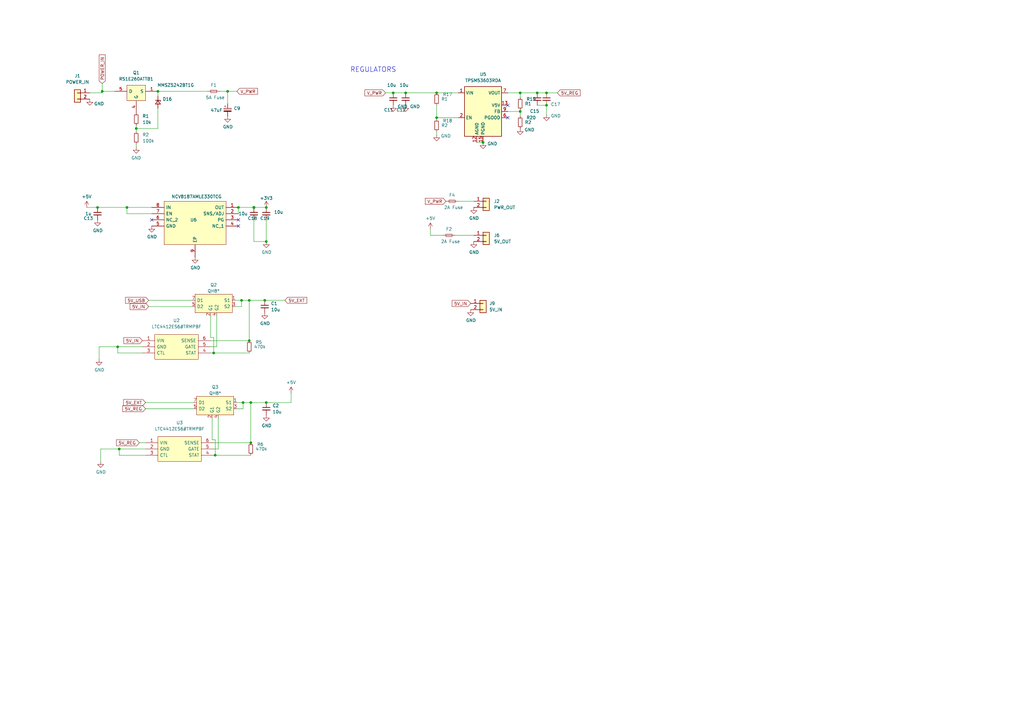
<source format=kicad_sch>
(kicad_sch (version 20231120) (generator "eeschema") (generator_version "8.0")
  (paper "A3")
  (lib_symbols
    (symbol "Connector_Generic:Conn_01x02" (pin_names (offset 1.016) hide)
      (property "Reference" "J" (at 0 2.54 0))
      (property "Value" "Conn_01x02" (at 0 -5.08 0))
      (symbol "Conn_01x02_1_1"
        (rectangle (start -1.27 -2.413) (end 0 -2.667) (stroke (width 0.1524)))
        (rectangle (start -1.27 0.127) (end 0 -0.127) (stroke (width 0.1524)))
        (rectangle (start -1.27 1.27) (end 1.27 -3.81) (stroke (width 0.254)) (fill (type background)))
        (pin passive line (at -5.08 0 0) (length 3.81) (name "Pin_1") (number "1"))
        (pin passive line (at -5.08 -2.54 0) (length 3.81) (name "Pin_2") (number "2"))
      )
    )
    (symbol "Converter_DCDC:TPSM53603RDA"
      (property "Reference" "U" (at 0 15.24 0))
      (property "Value" "TPSM53603RDA" (at 0 12.7 0))
      (symbol "TPSM53603RDA_0_1"
        (rectangle (start 7.62 10.16) (end -7.62 -10.16) (stroke (width 0.254)) (fill (type background)))
      )
      (symbol "TPSM53603RDA_1_1"
        (pin power_in line (at -10.16 7.62 0) (length 2.54) (name "VIN") (number "1"))
        (pin passive line (at 0 -12.7 90) (length 2.54) hide (name "PGND") (number "10"))
        (pin passive line (at 0 -12.7 90) (length 2.54) hide (name "PGND") (number "11"))
        (pin power_in line (at -2.54 -12.7 90) (length 2.54) (name "AGND") (number "12"))
        (pin output line (at 10.16 2.54 180) (length 2.54) (name "V5V") (number "13"))
        (pin passive line (at -10.16 7.62 0) (length 2.54) hide (name "VIN") (number "14"))
        (pin power_in line (at 0 -12.7 90) (length 2.54) (name "PGND") (number "15"))
        (pin input line (at -10.16 -2.54 0) (length 2.54) (name "EN") (number "2"))
        (pin passive line (at 0 -12.7 90) (length 2.54) hide (name "PGND") (number "3"))
        (pin no_connect line (at -7.62 2.54 0) (length 2.54) hide (name "DNC") (number "4"))
        (pin no_connect line (at -7.62 0 0) (length 2.54) hide (name "DNC") (number "5"))
        (pin open_collector line (at 10.16 -2.54 180) (length 2.54) (name "PGOOD") (number "6"))
        (pin power_out line (at 10.16 7.62 180) (length 2.54) (name "VOUT") (number "7"))
        (pin passive line (at 10.16 7.62 180) (length 2.54) hide (name "VOUT") (number "8"))
        (pin input line (at 10.16 0 180) (length 2.54) (name "FB") (number "9"))
      )
    )
    (symbol "Device:CP_Small" (pin_numbers hide) (pin_names (offset 0.254) hide)
      (property "Reference" "C" (at 0.254 1.778 0))
      (property "Value" "CP_Small" (at 0.254 -2.032 0))
      (symbol "CP_Small_0_1"
        (rectangle (start -1.524 -0.3048) (end 1.524 -0.6858) (fill (type outline)))
        (rectangle (start -1.524 0.6858) (end 1.524 0.3048))
        (polyline (pts (xy -1.27 1.524) (xy -0.762 1.524)))
        (polyline (pts (xy -1.016 1.27) (xy -1.016 1.778)))
      )
      (symbol "CP_Small_1_1"
        (pin passive line (at 0 2.54 270) (length 1.8542) (name "~") (number "1"))
        (pin passive line (at 0 -2.54 90) (length 1.8542) (name "~") (number "2"))
      )
    )
    (symbol "Device:C_Small" (pin_numbers hide) (pin_names (offset 0.254) hide)
      (property "Reference" "C" (at 0.254 1.778 0))
      (property "Value" "C_Small" (at 0.254 -2.032 0))
      (symbol "C_Small_0_1"
        (polyline (pts (xy -1.524 -0.508) (xy 1.524 -0.508)) (stroke (width 0.3302)))
        (polyline (pts (xy -1.524 0.508) (xy 1.524 0.508)) (stroke (width 0.3048)))
      )
      (symbol "C_Small_1_1"
        (pin passive line (at 0 2.54 270) (length 2.032) (name "~") (number "1"))
        (pin passive line (at 0 -2.54 90) (length 2.032) (name "~") (number "2"))
      )
    )
    (symbol "Device:D_Zener_Small" (pin_numbers hide) (pin_names (offset 0.254) hide)
      (property "Reference" "D" (at 0 2.286 0))
      (property "Value" "D_Zener_Small" (at 0 -2.286 0))
      (symbol "D_Zener_Small_0_1"
        (polyline (pts (xy 0.762 0) (xy -0.762 0)))
        (polyline (pts (xy -0.254 1.016) (xy -0.762 1.016) (xy -0.762 -1.016)) (stroke (width 0.254)))
        (polyline (pts (xy 0.762 1.016) (xy -0.762 0) (xy 0.762 -1.016) (xy 0.762 1.016)) (stroke (width 0.254)))
      )
      (symbol "D_Zener_Small_1_1"
        (pin passive line (at -2.54 0 0) (length 1.778) (name "K") (number "1"))
        (pin passive line (at 2.54 0 180) (length 1.778) (name "A") (number "2"))
      )
    )
    (symbol "Device:Fuse_Small" (pin_numbers hide) (pin_names (offset 0.254) hide)
      (property "Reference" "F" (at 0 -1.524 0))
      (property "Value" "Fuse_Small" (at 0 1.524 0))
      (symbol "Fuse_Small_0_1"
        (rectangle (start -1.27 0.508) (end 1.27 -0.508))
        (polyline (pts (xy -1.27 0) (xy 1.27 0)))
      )
      (symbol "Fuse_Small_1_1"
        (pin passive line (at -2.54 0 0) (length 1.27) (name "~") (number "1"))
        (pin passive line (at 2.54 0 180) (length 1.27) (name "~") (number "2"))
      )
    )
    (symbol "Device:R_Small" (pin_numbers hide) (pin_names (offset 0.254) hide)
      (property "Reference" "R" (at 0.762 0.508 0))
      (property "Value" "R_Small" (at 0.762 -1.016 0))
      (symbol "R_Small_0_1"
        (rectangle (start -0.762 1.778) (end 0.762 -1.778) (stroke (width 0.2032)))
      )
      (symbol "R_Small_1_1"
        (pin passive line (at 0 2.54 270) (length 0.762) (name "~") (number "1"))
        (pin passive line (at 0 -2.54 90) (length 0.762) (name "~") (number "2"))
      )
    )
    (symbol "QS8J13TR_1" (pin_names (offset 0.762))
      (property "Reference" "Q2" (at 12.7 -8.89 0))
      (property "Value" "QH8*" (at 12.7 -11.43 0))
      (symbol "QS8J13TR_1_0_0"
        (pin passive line (at 21.59 -15.24 180) (length 1.27) (name "S1") (number "1"))
        (pin passive line (at 11.43 -21.59 90) (length 1.27) (name "G1") (number "2"))
        (pin passive line (at 21.59 -17.78 180) (length 1.27) (name "S2") (number "3"))
        (pin passive line (at 13.97 -21.59 90) (length 1.27) (name "G2") (number "4"))
        (pin passive line (at 3.81 -17.78 0) (length 1.27) (name "D2") (number "5"))
        (pin passive line (at 3.81 -17.78 0) (length 1.27) hide (name "D2") (number "6"))
        (pin passive line (at 3.81 -15.24 0) (length 1.27) (name "D1") (number "7"))
        (pin passive line (at 3.81 -15.24 0) (length 1.27) hide (name "D1") (number "8"))
      )
      (symbol "QS8J13TR_1_0_1"
        (rectangle (start 5.08 -12.7) (end 20.32 -20.32) (stroke (width 0.1524)) (fill (type background)))
      )
    )
    (symbol "downloaded_parts:LTC4412ES6#TRMPBF" (pin_names (offset 0.762))
      (property "Reference" "U3" (at 13.97 8.255 0))
      (property "Value" "LTC4412ES6#TRMPBF" (at 13.97 5.715 0))
      (symbol "LTC4412ES6#TRMPBF_0_0"
        (pin passive line (at 0 0 0) (length 5.08) (name "VIN") (number "1"))
        (pin passive line (at 0 -2.54 0) (length 5.08) (name "GND") (number "2"))
        (pin passive line (at 0 -5.08 0) (length 5.08) (name "CTL") (number "3"))
        (pin passive line (at 27.94 -5.08 180) (length 5.08) (name "STAT") (number "4"))
        (pin passive line (at 27.94 -2.54 180) (length 5.08) (name "GATE") (number "5"))
        (pin passive line (at 27.94 0 180) (length 5.08) (name "SENSE") (number "6"))
      )
      (symbol "LTC4412ES6#TRMPBF_0_1"
        (polyline (pts (xy 5.08 2.54) (xy 22.86 2.54) (xy 22.86 -7.62) (xy 5.08 -7.62) (xy 5.08 2.54)) (stroke (width 0.1524)) (fill (type background)))
      )
    )
    (symbol "downloaded_parts:NCV8187AMLE330TCG" (pin_names (offset 0.762))
      (property "Reference" "U11" (at -17.78 8.255 0))
      (property "Value" "NCV8187AMLE330TCG" (at -17.78 5.715 0))
      (symbol "NCV8187AMLE330TCG_0_0"
        (pin passive line (at 0 0 0) (length 5.08) (name "OUT") (number "1"))
        (pin passive line (at 0 -2.54 0) (length 5.08) (name "SNS/ADJ") (number "2"))
        (pin passive line (at 0 -5.08 0) (length 5.08) (name "PG") (number "3"))
        (pin passive line (at 0 -7.62 0) (length 5.08) (name "NC_1") (number "4"))
        (pin passive line (at 35.56 -7.62 180) (length 5.08) (name "GND") (number "5"))
        (pin passive line (at 35.56 -5.08 180) (length 5.08) (name "NC_2") (number "6"))
        (pin passive line (at 35.56 -2.54 180) (length 5.08) (name "EN") (number "7"))
        (pin passive line (at 35.56 0 180) (length 5.08) (name "IN") (number "8"))
        (pin passive line (at 17.78 -20.32 90) (length 5.08) (name "EP") (number "9"))
      )
      (symbol "NCV8187AMLE330TCG_0_1"
        (polyline (pts (xy 5.08 2.54) (xy 30.48 2.54) (xy 30.48 -15.24) (xy 5.08 -15.24) (xy 5.08 2.54)) (stroke (width 0.1524)) (fill (type background)))
      )
    )
    (symbol "downloaded_parts:RS1E260ATTB1" (pin_names (offset 0.762))
      (property "Reference" "Q?" (at 12.7 7.62 0))
      (property "Value" "RS1E260ATTB1" (at 12.7 5.08 0))
      (symbol "RS1E260ATTB1_0_0"
        (pin passive line (at 0 0 0) (length 5.08) (name "S") (number "1"))
        (pin passive line (at 0 0 0) (length 5.08) hide (name "S") (number "2"))
        (pin passive line (at 0 0 0) (length 5.08) hide (name "S") (number "3"))
        (pin passive line (at 8.89 -8.89 90) (length 5.08) (name "G") (number "4"))
        (pin passive line (at 17.78 0 180) (length 5.08) (name "D") (number "5"))
        (pin passive line (at 17.78 0 180) (length 5.08) hide (name "D") (number "6"))
        (pin passive line (at 17.78 0 180) (length 5.08) hide (name "D") (number "7"))
        (pin passive line (at 17.78 0 180) (length 5.08) hide (name "D") (number "8"))
        (pin passive line (at 17.78 0 180) (length 5.08) hide (name "D") (number "9"))
      )
      (symbol "RS1E260ATTB1_0_1"
        (rectangle (start 5.08 2.54) (end 12.7 -3.81) (stroke (width 0.1524)) (fill (type background)))
      )
    )
    (symbol "power:+3.3V" (power) (pin_names (offset 0))
      (property "Value" "+3.3V" (at 0 3.556 0))
      (symbol "+3.3V_0_1"
        (polyline (pts (xy -0.762 1.27) (xy 0 2.54)))
        (polyline (pts (xy 0 0) (xy 0 2.54)))
        (polyline (pts (xy 0 2.54) (xy 0.762 1.27)))
      )
      (symbol "+3.3V_1_1"
        (pin power_in line (at 0 0 90) (length 0) hide (name "+3V3") (number "1"))
      )
    )
    (symbol "power:+5V" (power) (pin_names (offset 0))
      (property "Value" "+5V" (at 0 3.556 0))
      (symbol "+5V_0_1"
        (polyline (pts (xy -0.762 1.27) (xy 0 2.54)))
        (polyline (pts (xy 0 0) (xy 0 2.54)))
        (polyline (pts (xy 0 2.54) (xy 0.762 1.27)))
      )
      (symbol "+5V_1_1"
        (pin power_in line (at 0 0 90) (length 0) hide (name "+5V") (number "1"))
      )
    )
    (symbol "power:GND" (power) (pin_names (offset 0))
      (property "Value" "GND" (at 0 -3.81 0))
      (symbol "GND_0_1"
        (polyline (pts (xy 0 0) (xy 0 -1.27) (xy 1.27 -1.27) (xy 0 -2.54) (xy -1.27 -1.27) (xy 0 -1.27)))
      )
      (symbol "GND_1_1"
        (pin power_in line (at 0 0 270) (length 0) hide (name "GND") (number "1"))
      )
    )
  )
  (junction (at 109.22 165.1))
  (junction (at 55.88 52.705))
  (junction (at 41.91 37.465))
  (junction (at 102.87 181.61))
  (junction (at 48.895 184.15))
  (junction (at 93.345 37.465))
  (junction (at 102.235 139.7))
  (junction (at 52.07 85.09))
  (junction (at 224.155 43.18))
  (junction (at 179.07 38.1))
  (junction (at 88.265 186.69))
  (junction (at 64.77 37.465))
  (junction (at 179.07 48.26))
  (junction (at 102.235 123.19))
  (junction (at 224.155 38.1))
  (junction (at 213.36 45.72))
  (junction (at 102.87 165.1))
  (junction (at 99.06 123.19))
  (junction (at 48.26 142.24))
  (junction (at 109.22 99.06))
  (junction (at 109.22 85.09))
  (junction (at 198.12 58.42))
  (junction (at 108.585 123.19))
  (junction (at 40.005 85.09))
  (junction (at 220.345 38.1))
  (junction (at 161.29 38.1))
  (junction (at 99.695 165.1))
  (junction (at 104.14 85.09) (diameter 1.016))
  (junction (at 97.79 85.09))
  (junction (at 213.36 38.1))
  (junction (at 87.63 144.78))
  (junction (at 166.37 38.1))
  (no_connect (at 97.79 90.17))
  (no_connect (at 208.28 43.18))
  (no_connect (at 208.28 48.26))
  (no_connect (at 97.79 92.71))
  (no_connect (at 62.23 90.17))
  (wire (pts (xy 186.69 96.52) (xy 194.31 96.52)))
  (wire (pts (xy 87.63 186.69) (xy 88.265 186.69)))
  (wire (pts (xy 41.91 34.29) (xy 41.91 37.465)))
  (wire (pts (xy 213.36 45.72) (xy 213.36 47.625)))
  (wire (pts (xy 99.695 165.1) (xy 102.87 165.1)))
  (wire (pts (xy 87.63 184.15) (xy 89.535 184.15)))
  (wire (pts (xy 59.69 165.1) (xy 79.375 165.1)))
  (wire (pts (xy 97.79 85.09) (xy 97.79 87.63)))
  (wire (pts (xy 99.06 123.19) (xy 102.235 123.19)))
  (wire (pts (xy 41.91 37.465) (xy 46.99 37.465)))
  (wire (pts (xy 187.96 82.55) (xy 194.31 82.55)))
  (wire (pts (xy 64.77 37.465) (xy 64.77 39.37)))
  (wire (pts (xy 176.53 96.52) (xy 181.61 96.52)))
  (wire (pts (xy 166.37 38.1) (xy 179.07 38.1)))
  (wire (pts (xy 40.005 85.09) (xy 52.07 85.09)))
  (wire (pts (xy 96.52 125.73) (xy 99.06 125.73)))
  (wire (pts (xy 89.535 184.15) (xy 89.535 171.45)))
  (wire (pts (xy 179.07 53.975) (xy 179.07 55.245)))
  (wire (pts (xy 213.36 45.72) (xy 208.28 45.72)))
  (wire (pts (xy 97.79 85.09) (xy 104.14 85.09)))
  (wire (pts (xy 195.58 58.42) (xy 198.12 58.42)))
  (wire (pts (xy 86.36 142.24) (xy 88.9 142.24)))
  (wire (pts (xy 99.695 167.64) (xy 99.695 165.1)))
  (wire (pts (xy 88.265 186.69) (xy 102.87 186.69)))
  (wire (pts (xy 52.07 87.63) (xy 62.23 87.63)))
  (wire (pts (xy 41.91 37.465) (xy 41.91 38.1)))
  (wire (pts (xy 220.345 38.1) (xy 224.155 38.1)))
  (wire (pts (xy 102.235 123.19) (xy 108.585 123.19)))
  (wire (pts (xy 220.345 43.18) (xy 224.155 43.18)))
  (wire (pts (xy 104.14 90.17) (xy 104.14 99.06)))
  (wire (pts (xy 224.155 38.1) (xy 228.6 38.1)))
  (wire (pts (xy 213.36 38.1) (xy 220.345 38.1)))
  (wire (pts (xy 40.64 142.24) (xy 40.64 147.32)))
  (wire (pts (xy 109.22 165.1) (xy 119.38 165.1)))
  (wire (pts (xy 213.36 45.085) (xy 213.36 45.72)))
  (wire (pts (xy 213.36 38.1) (xy 213.36 40.005)))
  (wire (pts (xy 58.42 144.78) (xy 48.26 144.78)))
  (wire (pts (xy 88.265 180.34) (xy 88.265 186.69)))
  (wire (pts (xy 64.77 44.45) (xy 64.77 52.705)))
  (wire (pts (xy 36.83 38.1) (xy 41.91 38.1)))
  (wire (pts (xy 102.87 165.1) (xy 102.87 181.61)))
  (wire (pts (xy 93.345 37.465) (xy 93.345 42.545)))
  (wire (pts (xy 55.88 51.435) (xy 55.88 52.705)))
  (wire (pts (xy 161.29 38.1) (xy 166.37 38.1)))
  (wire (pts (xy 59.69 186.69) (xy 48.895 186.69)))
  (wire (pts (xy 102.235 123.19) (xy 102.235 139.7)))
  (wire (pts (xy 119.38 161.29) (xy 119.38 165.1)))
  (wire (pts (xy 158.115 38.1) (xy 161.29 38.1)))
  (wire (pts (xy 60.96 125.73) (xy 78.74 125.73)))
  (wire (pts (xy 86.995 171.45) (xy 86.995 180.34)))
  (wire (pts (xy 59.69 167.64) (xy 79.375 167.64)))
  (wire (pts (xy 48.26 142.24) (xy 58.42 142.24)))
  (wire (pts (xy 88.9 142.24) (xy 88.9 129.54)))
  (wire (pts (xy 55.88 60.325) (xy 55.88 59.055)))
  (wire (pts (xy 86.36 129.54) (xy 86.36 138.43)))
  (wire (pts (xy 41.275 184.15) (xy 41.275 189.23)))
  (wire (pts (xy 90.17 37.465) (xy 93.345 37.465)))
  (wire (pts (xy 60.96 123.19) (xy 78.74 123.19)))
  (wire (pts (xy 52.07 85.09) (xy 62.23 85.09)))
  (wire (pts (xy 109.22 90.17) (xy 109.22 99.06)))
  (wire (pts (xy 40.64 142.24) (xy 48.26 142.24)))
  (wire (pts (xy 48.26 144.78) (xy 48.26 142.24)))
  (wire (pts (xy 97.155 167.64) (xy 99.695 167.64)))
  (wire (pts (xy 93.345 37.465) (xy 97.155 37.465)))
  (wire (pts (xy 179.07 38.1) (xy 187.96 38.1)))
  (wire (pts (xy 208.28 38.1) (xy 213.36 38.1)))
  (wire (pts (xy 97.155 165.1) (xy 99.695 165.1)))
  (wire (pts (xy 48.895 186.69) (xy 48.895 184.15)))
  (wire (pts (xy 41.275 184.15) (xy 48.895 184.15)))
  (wire (pts (xy 64.77 37.465) (xy 85.09 37.465)))
  (wire (pts (xy 48.895 184.15) (xy 59.69 184.15)))
  (wire (pts (xy 104.14 85.09) (xy 109.22 85.09)))
  (wire (pts (xy 52.07 87.63) (xy 52.07 85.09)))
  (wire (pts (xy 57.15 181.61) (xy 59.69 181.61)))
  (wire (pts (xy 35.56 85.09) (xy 40.005 85.09)))
  (wire (pts (xy 87.63 138.43) (xy 87.63 144.78)))
  (wire (pts (xy 55.88 52.705) (xy 64.77 52.705)))
  (wire (pts (xy 108.585 123.19) (xy 116.84 123.19)))
  (wire (pts (xy 86.36 139.7) (xy 102.235 139.7)))
  (wire (pts (xy 176.53 93.98) (xy 176.53 96.52)))
  (wire (pts (xy 102.87 165.1) (xy 109.22 165.1)))
  (wire (pts (xy 224.155 43.18) (xy 224.155 46.99)))
  (wire (pts (xy 86.995 180.34) (xy 88.265 180.34)))
  (wire (pts (xy 86.36 138.43) (xy 87.63 138.43)))
  (wire (pts (xy 179.07 48.895) (xy 179.07 48.26)))
  (wire (pts (xy 86.36 144.78) (xy 87.63 144.78)))
  (wire (pts (xy 179.07 43.18) (xy 179.07 48.26)))
  (wire (pts (xy 96.52 123.19) (xy 99.06 123.19)))
  (wire (pts (xy 87.63 144.78) (xy 102.235 144.78)))
  (wire (pts (xy 179.07 48.26) (xy 187.96 48.26)))
  (wire (pts (xy 99.06 125.73) (xy 99.06 123.19)))
  (wire (pts (xy 87.63 181.61) (xy 102.87 181.61)))
  (wire (pts (xy 104.14 99.06) (xy 109.22 99.06)))
  (wire (pts (xy 55.88 52.705) (xy 55.88 53.975)))
  (text "REGULATORS" (at 162.56 29.845 0) (effects (font (size 2 2)) (justify right bottom)))
  (global_label "5V_REG" (shape input) (at 228.6 38.1 0) (property "Intersheetrefs" "${INTERSHEET_REFS}" (effects (hide yes))))
  (global_label "5V_USB" (shape input) (at 60.96 123.19 180) (property "Intersheetrefs" "${INTERSHEET_REFS}" (effects (hide yes))))
  (global_label "V_PWR" (shape input) (at 158.115 38.1 180) (property "Intersheetrefs" "${INTERSHEET_REFS}" (effects (hide yes))))
  (global_label "5V_REG" (shape input) (at 57.15 181.61 180) (property "Intersheetrefs" "${INTERSHEET_REFS}" (effects (hide yes))))
  (global_label "5V_IN" (shape input) (at 193.04 124.46 180) (property "Intersheetrefs" "${INTERSHEET_REFS}" (effects (hide yes))))
  (global_label "V_PWR" (shape input) (at 97.155 37.465 0) (property "Intersheetrefs" "${INTERSHEET_REFS}" (effects (hide yes))))
  (global_label "POWER_IN" (shape input) (at 41.91 34.29 90) (property "Intersheetrefs" "${INTERSHEET_REFS}" (effects (hide yes))))
  (global_label "5V_IN" (shape input) (at 60.96 125.73 180) (property "Intersheetrefs" "${INTERSHEET_REFS}" (effects (hide yes))))
  (global_label "5V_EXT" (shape input) (at 59.69 165.1 180) (property "Intersheetrefs" "${INTERSHEET_REFS}" (effects (hide yes))))
  (global_label "5V_EXT" (shape input) (at 116.84 123.19 0) (property "Intersheetrefs" "${INTERSHEET_REFS}" (effects (hide yes))))
  (global_label "5V_REG" (shape input) (at 59.69 167.64 180) (property "Intersheetrefs" "${INTERSHEET_REFS}" (effects (hide yes))))
  (global_label "V_PWR" (shape input) (at 182.88 82.55 180) (property "Intersheetrefs" "${INTERSHEET_REFS}" (effects (hide yes))))
  (global_label "5V_IN" (shape input) (at 58.42 139.7 180) (property "Intersheetrefs" "${INTERSHEET_REFS}" (effects (hide yes))))
  (symbol (lib_id "Device:R_Small") (at 102.235 142.24 0) (unit 1)
    (property "Reference" "R5" (at 104.775 140.335 0) (effects (justify left)))
    (property "Value" "470k" (at 104.14 142.24 0) (effects (justify left)))
    (property "Footprint" "Resistor_SMD:R_0603_1608Metric" (effects (hide yes)))
  )
  (symbol (lib_id "power:+5V") (at 176.53 93.98 0) (unit 1)
    (property "Reference" "#PWR0139" (effects (hide yes)))
    (property "Value" "+5V" (at 176.53 89.535 0))
  )
  (symbol (lib_id "power:GND") (at 108.585 128.27 0) (unit 1)
    (property "Reference" "#PWR09" (effects (hide yes)))
    (property "Value" "GND" (at 108.712 132.6642 0))
  )
  (symbol (lib_id "power:GND") (at 109.22 99.06 0) (unit 1)
    (property "Reference" "#PWR038" (effects (hide yes)))
    (property "Value" "GND" (at 109.347 103.4542 0))
  )
  (symbol (lib_id "Connector_Generic:Conn_01x02") (at 199.39 96.52 0) (unit 1)
    (property "Reference" "J6" (at 202.565 96.5199 0) (effects (justify left)))
    (property "Value" "5V_OUT" (at 202.565 99.0599 0) (effects (justify left)))
    (property "Footprint" "Connector_JST:JST_PH_B2B-PH-K_1x02_P2.00mm_Vertical" (effects (hide yes)))
  )
  (symbol (lib_name "QS8J13TR_1") (lib_id "downloaded_parts:QS8J13TR") (at 74.93 107.95 0) (unit 1)
    (property "Reference" "Q2" (at 87.63 116.84 0))
    (property "Value" "QH8*" (at 87.63 119.38 0))
    (property "Footprint" "downloaded_parts:SOTFL65P280X85-8N" (effects (hide yes)))
    (property "Datasheet" "https://componentsearchengine.com/Datasheets/2/QS8J13TR.pdf" (effects (hide yes)))
    (property "Description" "ROHM QS8J13TR Dual P-channel MOSFET, 5.5 A, 12 V QS8J13, 8-Pin TSMT" (effects (hide yes)))
    (property "Height" "0.85" (effects (hide yes)))
    (property "Mouser Part Number" "755-QS8J13TR" (effects (hide yes)))
    (property "Mouser Price/Stock" "https://www.mouser.co.uk/ProductDetail/ROHM-Semiconductor/QS8J13TR?qs=npTsUczJOtP3sGUrpa9HZA%3D%3D" (effects (hide yes)))
    (property "Manufacturer_Name" "ROHM Semiconductor" (effects (hide yes)))
    (property "Manufacturer_Part_Number" "QS8J13TR" (effects (hide yes)))
  )
  (symbol (lib_id "downloaded_parts:LTC4412ES6#TRMPBF") (at 59.69 181.61 0) (unit 1)
    (property "Reference" "U3" (at 73.66 173.355 0))
    (property "Value" "LTC4412ES6#TRMPBF" (at 73.66 175.895 0))
    (property "Footprint" "downloaded_parts:SOT95P280X100-6N" (effects (hide yes)))
    (property "Datasheet" "http://cds.linear.com/docs/en/datasheet/4412fb.pdf" (effects (hide yes)))
    (property "Description" "Hot Swap Controller LTC4412ES6#TRMPBF, Positive Voltage, 2.5  28 V, TSOT-23, 6-Pin" (effects (hide yes)))
    (property "Height" "1" (effects (hide yes)))
    (property "Mouser Part Number" "584-LTC4412ES6TRMPBF" (effects (hide yes)))
    (property "Mouser Price/Stock" "https://www.mouser.co.uk/ProductDetail/Analog-Devices-Linear-Technology/LTC4412ES6TRMPBF?qs=hVkxg5c3xu8vBeVp9%252BXk%252Bg%3D%3D" (effects (hide yes)))
    (property "Manufacturer_Name" "Linear Technology" (effects (hide yes)))
    (property "Manufacturer_Part_Number" "LTC4412ES6#TRMPBF" (effects (hide yes)))
  )
  (symbol (lib_id "downloaded_parts:RS1E260ATTB1") (at 64.77 37.465 0) (mirror y) (unit 1)
    (property "Reference" "Q1" (at 55.88 29.845 0))
    (property "Value" "RS1E260ATTB1" (at 55.88 32.385 0))
    (property "Footprint" "downloaded_parts:RS1E260ATTB1" (effects (hide yes)))
    (property "Datasheet" "https://www.rohm.com/datasheet/RS1E260AT/rs1e260attb1-e" (effects (hide yes)))
    (property "Description" "RS1E260ATTB1 P-Channel MOSFET, 80 A, 30 V RS1E260AT, 8-Pin HSOP ROHM" (effects (hide yes)))
    (property "Height" "1.1" (effects (hide yes)))
    (property "Mouser Part Number" "755-RS1E260ATTB1" (effects (hide yes)))
    (property "Mouser Price/Stock" "https://www.mouser.co.uk/ProductDetail/ROHM-Semiconductor/RS1E260ATTB1/?qs=F5EMLAvA7IDyVBE6NobVaw%3D%3D" (effects (hide yes)))
    (property "Manufacturer_Name" "ROHM Semiconductor" (effects (hide yes)))
    (property "Manufacturer_Part_Number" "RS1E260ATTB1" (effects (hide yes)))
  )
  (symbol (lib_id "power:GND") (at 36.83 40.64 0) (unit 1)
    (property "Reference" "#PWR03" (effects (hide yes)))
    (property "Value" "GND" (at 40.64 42.545 0))
  )
  (symbol (lib_id "power:GND") (at 40.64 147.32 0) (unit 1)
    (property "Reference" "#PWR08" (effects (hide yes)))
    (property "Value" "GND" (at 40.767 151.7142 0))
  )
  (symbol (lib_id "Device:R_Small") (at 55.88 48.895 0) (unit 1)
    (property "Reference" "R1" (at 58.42 47.6249 0) (effects (justify left)))
    (property "Value" "10k" (at 58.42 50.1649 0) (effects (justify left)))
    (property "Footprint" "Resistor_SMD:R_0603_1608Metric" (effects (hide yes)))
  )
  (symbol (lib_id "Device:R_Small") (at 213.36 50.165 0) (unit 1)
    (property "Reference" "R20" (at 215.9 48.26 0) (effects (justify left)))
    (property "Value" "R2" (at 215.265 50.165 0) (effects (justify left)))
    (property "Footprint" "Resistor_SMD:R_0603_1608Metric" (effects (hide yes)))
  )
  (symbol (lib_id "power:GND") (at 179.07 55.245 0) (unit 1)
    (property "Reference" "#PWR029" (effects (hide yes)))
    (property "Value" "GND" (at 182.88 55.7594 0))
  )
  (symbol (lib_id "downloaded_parts:LTC4412ES6#TRMPBF") (at 58.42 139.7 0) (unit 1)
    (property "Reference" "U2" (at 72.39 131.445 0))
    (property "Value" "LTC4412ES6#TRMPBF" (at 72.39 133.985 0))
    (property "Footprint" "downloaded_parts:SOT95P280X100-6N" (effects (hide yes)))
    (property "Datasheet" "http://cds.linear.com/docs/en/datasheet/4412fb.pdf" (effects (hide yes)))
    (property "Description" "Hot Swap Controller LTC4412ES6#TRMPBF, Positive Voltage, 2.5  28 V, TSOT-23, 6-Pin" (effects (hide yes)))
    (property "Height" "1" (effects (hide yes)))
    (property "Mouser Part Number" "584-LTC4412ES6TRMPBF" (effects (hide yes)))
    (property "Mouser Price/Stock" "https://www.mouser.co.uk/ProductDetail/Analog-Devices-Linear-Technology/LTC4412ES6TRMPBF?qs=hVkxg5c3xu8vBeVp9%252BXk%252Bg%3D%3D" (effects (hide yes)))
    (property "Manufacturer_Name" "Linear Technology" (effects (hide yes)))
    (property "Manufacturer_Part_Number" "LTC4412ES6#TRMPBF" (effects (hide yes)))
  )
  (symbol (lib_id "power:GND") (at 224.155 46.99 0) (unit 1)
    (property "Reference" "#PWR035" (effects (hide yes)))
    (property "Value" "GND" (at 227.965 47.5044 0))
  )
  (symbol (lib_id "Connector_Generic:Conn_01x02") (at 198.12 124.46 0) (unit 1)
    (property "Reference" "J9" (at 200.66 124.4599 0) (effects (justify left)))
    (property "Value" "5V_IN" (at 200.66 126.9999 0) (effects (justify left)))
    (property "Footprint" "Connector_JST:JST_PH_B2B-PH-K_1x02_P2.00mm_Vertical" (effects (hide yes)))
  )
  (symbol (lib_id "power:GND") (at 198.12 58.42 0) (unit 1)
    (property "Reference" "#PWR031" (effects (hide yes)))
    (property "Value" "GND" (at 201.93 58.9344 0))
  )
  (symbol (lib_id "power:GND") (at 161.29 43.18 0) (unit 1)
    (property "Reference" "#PWR022" (effects (hide yes)))
    (property "Value" "GND" (at 165.1 43.6944 0))
  )
  (symbol (lib_id "power:GND") (at 80.01 105.41 0) (unit 1)
    (property "Reference" "#PWR033" (effects (hide yes)))
    (property "Value" "GND" (at 80.137 109.8042 0))
  )
  (symbol (lib_id "Device:C_Small") (at 108.585 125.73 0) (unit 1)
    (property "Reference" "C1" (at 111.125 124.4662 0) (effects (justify left)))
    (property "Value" "10u" (at 111.125 127.0062 0) (effects (justify left)))
    (property "Footprint" "Capacitor_SMD:C_0805_2012Metric" (effects (hide yes)))
  )
  (symbol (lib_id "power:GND") (at 93.345 47.625 0) (unit 1)
    (property "Reference" "#PWR020" (effects (hide yes)))
    (property "Value" "GND" (at 93.472 52.0192 0))
  )
  (symbol (lib_id "Device:R_Small") (at 179.07 51.435 0) (unit 1)
    (property "Reference" "R18" (at 181.61 49.53 0) (effects (justify left)))
    (property "Value" "R2" (at 180.975 51.435 0) (effects (justify left)))
    (property "Footprint" "Resistor_SMD:R_0603_1608Metric" (effects (hide yes)))
  )
  (symbol (lib_id "power:GND") (at 213.36 52.705 0) (unit 1)
    (property "Reference" "#PWR034" (effects (hide yes)))
    (property "Value" "GND" (at 217.17 53.2194 0))
  )
  (symbol (lib_name "QS8J13TR_1") (lib_id "downloaded_parts:QS8J13TR") (at 75.565 149.86 0) (unit 1)
    (property "Reference" "Q3" (at 88.265 158.75 0))
    (property "Value" "QH8*" (at 88.265 161.29 0))
    (property "Footprint" "downloaded_parts:SOTFL65P280X85-8N" (effects (hide yes)))
    (property "Datasheet" "https://componentsearchengine.com/Datasheets/2/QS8J13TR.pdf" (effects (hide yes)))
    (property "Description" "ROHM QS8J13TR Dual P-channel MOSFET, 5.5 A, 12 V QS8J13, 8-Pin TSMT" (effects (hide yes)))
    (property "Height" "0.85" (effects (hide yes)))
    (property "Mouser Part Number" "755-QS8J13TR" (effects (hide yes)))
    (property "Mouser Price/Stock" "https://www.mouser.co.uk/ProductDetail/ROHM-Semiconductor/QS8J13TR?qs=npTsUczJOtP3sGUrpa9HZA%3D%3D" (effects (hide yes)))
    (property "Manufacturer_Name" "ROHM Semiconductor" (effects (hide yes)))
    (property "Manufacturer_Part_Number" "QS8J13TR" (effects (hide yes)))
  )
  (symbol (lib_id "Device:C_Small") (at 109.22 167.64 0) (unit 1)
    (property "Reference" "C2" (at 111.76 166.3762 0) (effects (justify left)))
    (property "Value" "10u" (at 111.76 168.9162 0) (effects (justify left)))
    (property "Footprint" "Capacitor_SMD:C_0805_2012Metric" (effects (hide yes)))
  )
  (symbol (lib_id "Device:R_Small") (at 102.87 184.15 0) (unit 1)
    (property "Reference" "R6" (at 105.41 182.245 0) (effects (justify left)))
    (property "Value" "470k" (at 104.775 184.15 0) (effects (justify left)))
    (property "Footprint" "Resistor_SMD:R_0603_1608Metric" (effects (hide yes)))
  )
  (symbol (lib_id "power:+5V") (at 119.38 161.29 0) (unit 1)
    (property "Reference" "#PWR07" (effects (hide yes)))
    (property "Value" "+5V" (at 119.38 156.845 0))
  )
  (symbol (lib_id "power:GND") (at 55.88 60.325 0) (unit 1)
    (property "Reference" "#PWR05" (effects (hide yes)))
    (property "Value" "GND" (at 55.88 64.77 0))
  )
  (symbol (lib_id "Device:R_Small") (at 213.36 42.545 0) (unit 1)
    (property "Reference" "R19" (at 215.9 40.64 0) (effects (justify left)))
    (property "Value" "R1" (at 215.265 42.545 0) (effects (justify left)))
    (property "Footprint" "Resistor_SMD:R_0603_1608Metric" (effects (hide yes)))
  )
  (symbol (lib_id "power:GND") (at 41.275 189.23 0) (unit 1)
    (property "Reference" "#PWR010" (effects (hide yes)))
    (property "Value" "GND" (at 41.402 193.6242 0))
  )
  (symbol (lib_id "Device:Fuse_Small") (at 185.42 82.55 0) (unit 1)
    (property "Reference" "F4" (at 185.42 80.01 0))
    (property "Value" "2A Fuse" (at 186.055 85.09 0))
    (property "Footprint" "Fuse:Fuse_1206_3216Metric" (effects (hide yes)))
  )
  (symbol (lib_id "downloaded_parts:NCV8187AMLE330TCG") (at 97.79 85.09 0) (mirror y) (unit 1)
    (property "Reference" "U6" (at 79.375 90.17 0))
    (property "Value" "NCV8187AMLE330TCG" (at 80.645 80.645 0))
    (property "Footprint" "downloaded_parts:SON65P300X300X100-9N-D" (effects (hide yes)))
    (property "Datasheet" "https://www.onsemi.com/pdf/datasheet/ncv8187-d.pdf" (effects (hide yes)))
    (property "Description" "LDO Voltage Regulators 1.2 A LOW IQ LOW DROPOUT VOLTAGE REGULATOR WITH POWER GOOD OUTPUT" (effects (hide yes)))
    (property "Height" "1" (effects (hide yes)))
    (property "Mouser Part Number" "863-CV8187AMLE330TCG" (effects (hide yes)))
    (property "Mouser Price/Stock" "https://www.mouser.co.uk/ProductDetail/onsemi/NCV8187AMLE330TCG?qs=HBWAp0VN4RhK8HbhfCLXcQ%3D%3D" (effects (hide yes)))
    (property "Manufacturer_Name" "ON Semiconductor" (effects (hide yes)))
    (property "Manufacturer_Part_Number" "NCV8187AMLE330TCG" (effects (hide yes)))
  )
  (symbol (lib_id "Device:C_Small") (at 220.345 40.64 0) (unit 1)
    (property "Reference" "C15" (at 217.297 45.5929 0) (effects (justify left)))
    (property "Value" "C_Small" (effects (hide yes)))
    (property "Footprint" "Capacitor_SMD:C_1210_3225Metric" (effects (hide yes)))
  )
  (symbol (lib_id "power:+5V") (at 35.56 85.09 0) (unit 1)
    (property "Reference" "#PWR024" (effects (hide yes)))
    (property "Value" "+5V" (at 35.56 80.645 0))
  )
  (symbol (lib_id "Converter_DCDC:TPSM53603RDA") (at 198.12 45.72 0) (unit 1)
    (property "Reference" "U5" (at 198.12 30.48 0))
    (property "Value" "TPSM53603RDA" (at 198.12 33.02 0))
    (property "Footprint" "Package_DFN_QFN:Texas_B3QFN-14-1EP_5x5.5mm_P0.65mm_ThermalVia" (effects (hide yes)))
    (property "Datasheet" "https://www.ti.com/lit/ds/symlink/tpsm53603.pdf" (effects (hide yes)))
  )
  (symbol (lib_id "Device:C_Small") (at 109.22 87.63 0) (unit 1)
    (property "Reference" "C19" (at 106.68 89.535 0) (effects (justify left)))
    (property "Value" "10u" (at 112.395 86.995 0) (effects (justify left)))
    (property "Footprint" "Capacitor_SMD:C_0805_2012Metric" (effects (hide yes)))
  )
  (symbol (lib_id "Device:C_Small") (at 104.14 87.63 0) (unit 1)
    (property "Reference" "C18" (at 101.6 89.535 0) (effects (justify left)))
    (property "Value" "10u" (at 97.79 87.63 0) (effects (justify left)))
    (property "Footprint" "Capacitor_SMD:C_0805_2012Metric" (effects (hide yes)))
  )
  (symbol (lib_id "Device:R_Small") (at 55.88 56.515 0) (unit 1)
    (property "Reference" "R2" (at 58.42 55.2449 0) (effects (justify left)))
    (property "Value" "100k" (at 58.42 57.7849 0) (effects (justify left)))
    (property "Footprint" "Resistor_SMD:R_0603_1608Metric" (effects (hide yes)))
  )
  (symbol (lib_id "power:GND") (at 40.005 90.17 0) (unit 1)
    (property "Reference" "#PWR026" (effects (hide yes)))
    (property "Value" "GND" (at 40.132 94.5642 0))
  )
  (symbol (lib_id "Device:C_Small") (at 40.005 87.63 0) (unit 1)
    (property "Reference" "C13" (at 34.29 89.535 0) (effects (justify left)))
    (property "Value" "1u" (at 34.925 87.63 0) (effects (justify left)))
    (property "Footprint" "Capacitor_SMD:C_0805_2012Metric" (effects (hide yes)))
  )
  (symbol (lib_id "power:GND") (at 166.37 43.18 0) (unit 1)
    (property "Reference" "#PWR023" (effects (hide yes)))
    (property "Value" "GND" (at 170.18 43.6944 0))
  )
  (symbol (lib_id "Device:Fuse_Small") (at 87.63 37.465 0) (unit 1)
    (property "Reference" "F1" (at 87.63 34.925 0))
    (property "Value" "5A Fuse" (at 88.265 40.005 0))
    (property "Footprint" "Fuse:Fuse_1206_3216Metric" (effects (hide yes)))
  )
  (symbol (lib_id "Connector_Generic:Conn_01x02") (at 199.39 82.55 0) (unit 1)
    (property "Reference" "J2" (at 202.565 82.5499 0) (effects (justify left)))
    (property "Value" "PWR_OUT" (at 202.565 85.0899 0) (effects (justify left)))
    (property "Footprint" "Connector_JST:JST_PH_B2B-PH-K_1x02_P2.00mm_Vertical" (effects (hide yes)))
  )
  (symbol (lib_id "power:GND") (at 62.23 92.71 0) (unit 1)
    (property "Reference" "#PWR030" (effects (hide yes)))
    (property "Value" "GND" (at 62.357 97.1042 0))
  )
  (symbol (lib_id "power:GND") (at 194.31 85.09 0) (unit 1)
    (property "Reference" "#PWR0236" (effects (hide yes)))
    (property "Value" "GND" (at 194.437 89.4842 0))
  )
  (symbol (lib_id "Device:D_Zener_Small") (at 64.77 41.91 270) (unit 1)
    (property "Reference" "D16" (at 66.675 40.64 90) (effects (justify left)))
    (property "Value" "MMSZ5242BT1G" (at 64.516 34.925 90) (effects (justify left)))
    (property "Footprint" "Diode_SMD:D_SOD-123" (effects (hide yes)))
  )
  (symbol (lib_id "power:+3.3V") (at 109.22 85.09 0) (unit 1)
    (property "Reference" "#PWR037" (effects (hide yes)))
    (property "Value" "+3V3" (at 109.22 81.28 0))
  )
  (symbol (lib_id "power:GND") (at 194.31 99.06 0) (unit 1)
    (property "Reference" "#PWR0237" (effects (hide yes)))
    (property "Value" "GND" (at 194.437 103.4542 0))
  )
  (symbol (lib_id "Device:Fuse_Small") (at 184.15 96.52 0) (unit 1)
    (property "Reference" "F2" (at 184.15 93.98 0))
    (property "Value" "2A Fuse" (at 184.785 99.06 0))
    (property "Footprint" "Fuse:Fuse_1206_3216Metric" (effects (hide yes)))
  )
  (symbol (lib_id "Device:R_Small") (at 179.07 40.64 0) (unit 1)
    (property "Reference" "R17" (at 181.61 38.735 0) (effects (justify left)))
    (property "Value" "R1" (at 180.975 40.64 0) (effects (justify left)))
    (property "Footprint" "Resistor_SMD:R_0603_1608Metric" (effects (hide yes)))
  )
  (symbol (lib_id "Device:C_Small") (at 161.29 40.64 0) (unit 1)
    (property "Reference" "C11" (at 157.48 45.085 0) (effects (justify left)))
    (property "Value" "10u" (at 158.75 34.925 0) (effects (justify left)))
    (property "Footprint" "Capacitor_SMD:C_1210_3225Metric" (effects (hide yes)))
  )
  (symbol (lib_id "Device:C_Small") (at 166.37 40.64 0) (unit 1)
    (property "Reference" "C12" (at 162.56 45.085 0) (effects (justify left)))
    (property "Value" "10u" (at 163.83 34.925 0) (effects (justify left)))
    (property "Footprint" "Capacitor_SMD:C_1210_3225Metric" (effects (hide yes)))
  )
  (symbol (lib_id "Device:C_Small") (at 224.155 40.64 0) (unit 1)
    (property "Reference" "C17" (at 225.933 42.7989 0) (effects (justify left)))
    (property "Value" "C_Small" (effects (hide yes)))
    (property "Footprint" "Capacitor_SMD:C_1210_3225Metric" (effects (hide yes)))
  )
  (symbol (lib_id "Device:CP_Small") (at 93.345 45.085 0) (unit 1)
    (property "Reference" "C9" (at 95.885 44.4499 0) (effects (justify left)))
    (property "Value" "47uF" (at 86.36 45.212 0) (effects (justify left)))
    (property "Footprint" "Capacitor_SMD:CP_Elec_6.3x5.2" (effects (hide yes)))
  )
  (symbol (lib_id "power:GND") (at 109.22 170.18 0) (unit 1)
    (property "Reference" "#PWR011" (effects (hide yes)))
    (property "Value" "GND" (at 109.347 174.5742 0))
  )
  (symbol (lib_id "Connector_Generic:Conn_01x02") (at 31.75 38.1 0) (mirror y) (unit 1)
    (property "Reference" "J1" (at 31.75 31.115 0))
    (property "Value" "POWER_IN" (at 31.75 33.655 0))
    (property "Footprint" "Connectors_Wuerth_user:691322110002" (effects (hide yes)))
  )
  (symbol (lib_id "power:GND") (at 193.04 127 0) (unit 1)
    (property "Reference" "#PWR04" (effects (hide yes)))
    (property "Value" "GND" (at 193.167 131.3942 0))
  )
)
</source>
